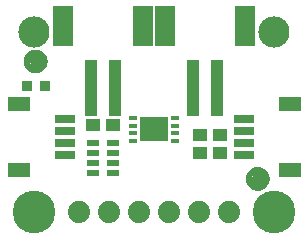
<source format=gbr>
G04 EAGLE Gerber RS-274X export*
G75*
%MOMM*%
%FSLAX34Y34*%
%LPD*%
%INSoldermask Top*%
%IPPOS*%
%AMOC8*
5,1,8,0,0,1.08239X$1,22.5*%
G01*
%ADD10C,2.641600*%
%ADD11R,1.176600X1.101600*%
%ADD12R,1.001600X0.551600*%
%ADD13C,1.879600*%
%ADD14R,1.651600X0.701600*%
%ADD15R,1.901600X1.301600*%
%ADD16C,1.101600*%
%ADD17C,0.469900*%
%ADD18C,3.617600*%
%ADD19R,0.901600X0.901600*%
%ADD20R,0.801600X0.451600*%
%ADD21R,2.401600X2.061600*%
%ADD22R,1.101600X4.701600*%
%ADD23R,1.701600X3.501600*%


D10*
X25400Y177800D03*
X228600Y177800D03*
D11*
X92320Y99060D03*
X75320Y99060D03*
D12*
X75320Y58120D03*
X92320Y58120D03*
X75320Y67120D03*
X75320Y75120D03*
X75320Y84120D03*
X92320Y84120D03*
X92320Y67120D03*
X92320Y75120D03*
D13*
X63500Y25400D03*
X88900Y25400D03*
X114300Y25400D03*
X139700Y25400D03*
X165100Y25400D03*
X190500Y25400D03*
D14*
X202825Y83900D03*
X202825Y93900D03*
X202825Y73900D03*
X202825Y103900D03*
D15*
X241825Y60900D03*
X241825Y116900D03*
D14*
X51175Y93900D03*
X51175Y83900D03*
X51175Y103900D03*
X51175Y73900D03*
D15*
X12175Y116900D03*
X12175Y60900D03*
D16*
X214630Y53340D03*
D17*
X214630Y60840D02*
X214449Y60838D01*
X214268Y60831D01*
X214087Y60820D01*
X213906Y60805D01*
X213726Y60785D01*
X213546Y60761D01*
X213367Y60733D01*
X213189Y60700D01*
X213012Y60663D01*
X212835Y60622D01*
X212660Y60577D01*
X212485Y60527D01*
X212312Y60473D01*
X212141Y60415D01*
X211970Y60353D01*
X211802Y60286D01*
X211635Y60216D01*
X211469Y60142D01*
X211306Y60063D01*
X211145Y59981D01*
X210985Y59895D01*
X210828Y59805D01*
X210673Y59711D01*
X210520Y59614D01*
X210370Y59512D01*
X210222Y59408D01*
X210076Y59299D01*
X209934Y59188D01*
X209794Y59072D01*
X209657Y58954D01*
X209522Y58832D01*
X209391Y58707D01*
X209263Y58579D01*
X209138Y58448D01*
X209016Y58313D01*
X208898Y58176D01*
X208782Y58036D01*
X208671Y57894D01*
X208562Y57748D01*
X208458Y57600D01*
X208356Y57450D01*
X208259Y57297D01*
X208165Y57142D01*
X208075Y56985D01*
X207989Y56825D01*
X207907Y56664D01*
X207828Y56501D01*
X207754Y56335D01*
X207684Y56168D01*
X207617Y56000D01*
X207555Y55829D01*
X207497Y55658D01*
X207443Y55485D01*
X207393Y55310D01*
X207348Y55135D01*
X207307Y54958D01*
X207270Y54781D01*
X207237Y54603D01*
X207209Y54424D01*
X207185Y54244D01*
X207165Y54064D01*
X207150Y53883D01*
X207139Y53702D01*
X207132Y53521D01*
X207130Y53340D01*
X214630Y60840D02*
X214811Y60838D01*
X214992Y60831D01*
X215173Y60820D01*
X215354Y60805D01*
X215534Y60785D01*
X215714Y60761D01*
X215893Y60733D01*
X216071Y60700D01*
X216248Y60663D01*
X216425Y60622D01*
X216600Y60577D01*
X216775Y60527D01*
X216948Y60473D01*
X217119Y60415D01*
X217290Y60353D01*
X217458Y60286D01*
X217625Y60216D01*
X217791Y60142D01*
X217954Y60063D01*
X218115Y59981D01*
X218275Y59895D01*
X218432Y59805D01*
X218587Y59711D01*
X218740Y59614D01*
X218890Y59512D01*
X219038Y59408D01*
X219184Y59299D01*
X219326Y59188D01*
X219466Y59072D01*
X219603Y58954D01*
X219738Y58832D01*
X219869Y58707D01*
X219997Y58579D01*
X220122Y58448D01*
X220244Y58313D01*
X220362Y58176D01*
X220478Y58036D01*
X220589Y57894D01*
X220698Y57748D01*
X220802Y57600D01*
X220904Y57450D01*
X221001Y57297D01*
X221095Y57142D01*
X221185Y56985D01*
X221271Y56825D01*
X221353Y56664D01*
X221432Y56501D01*
X221506Y56335D01*
X221576Y56168D01*
X221643Y56000D01*
X221705Y55829D01*
X221763Y55658D01*
X221817Y55485D01*
X221867Y55310D01*
X221912Y55135D01*
X221953Y54958D01*
X221990Y54781D01*
X222023Y54603D01*
X222051Y54424D01*
X222075Y54244D01*
X222095Y54064D01*
X222110Y53883D01*
X222121Y53702D01*
X222128Y53521D01*
X222130Y53340D01*
X222128Y53159D01*
X222121Y52978D01*
X222110Y52797D01*
X222095Y52616D01*
X222075Y52436D01*
X222051Y52256D01*
X222023Y52077D01*
X221990Y51899D01*
X221953Y51722D01*
X221912Y51545D01*
X221867Y51370D01*
X221817Y51195D01*
X221763Y51022D01*
X221705Y50851D01*
X221643Y50680D01*
X221576Y50512D01*
X221506Y50345D01*
X221432Y50179D01*
X221353Y50016D01*
X221271Y49855D01*
X221185Y49695D01*
X221095Y49538D01*
X221001Y49383D01*
X220904Y49230D01*
X220802Y49080D01*
X220698Y48932D01*
X220589Y48786D01*
X220478Y48644D01*
X220362Y48504D01*
X220244Y48367D01*
X220122Y48232D01*
X219997Y48101D01*
X219869Y47973D01*
X219738Y47848D01*
X219603Y47726D01*
X219466Y47608D01*
X219326Y47492D01*
X219184Y47381D01*
X219038Y47272D01*
X218890Y47168D01*
X218740Y47066D01*
X218587Y46969D01*
X218432Y46875D01*
X218275Y46785D01*
X218115Y46699D01*
X217954Y46617D01*
X217791Y46538D01*
X217625Y46464D01*
X217458Y46394D01*
X217290Y46327D01*
X217119Y46265D01*
X216948Y46207D01*
X216775Y46153D01*
X216600Y46103D01*
X216425Y46058D01*
X216248Y46017D01*
X216071Y45980D01*
X215893Y45947D01*
X215714Y45919D01*
X215534Y45895D01*
X215354Y45875D01*
X215173Y45860D01*
X214992Y45849D01*
X214811Y45842D01*
X214630Y45840D01*
X214449Y45842D01*
X214268Y45849D01*
X214087Y45860D01*
X213906Y45875D01*
X213726Y45895D01*
X213546Y45919D01*
X213367Y45947D01*
X213189Y45980D01*
X213012Y46017D01*
X212835Y46058D01*
X212660Y46103D01*
X212485Y46153D01*
X212312Y46207D01*
X212141Y46265D01*
X211970Y46327D01*
X211802Y46394D01*
X211635Y46464D01*
X211469Y46538D01*
X211306Y46617D01*
X211145Y46699D01*
X210985Y46785D01*
X210828Y46875D01*
X210673Y46969D01*
X210520Y47066D01*
X210370Y47168D01*
X210222Y47272D01*
X210076Y47381D01*
X209934Y47492D01*
X209794Y47608D01*
X209657Y47726D01*
X209522Y47848D01*
X209391Y47973D01*
X209263Y48101D01*
X209138Y48232D01*
X209016Y48367D01*
X208898Y48504D01*
X208782Y48644D01*
X208671Y48786D01*
X208562Y48932D01*
X208458Y49080D01*
X208356Y49230D01*
X208259Y49383D01*
X208165Y49538D01*
X208075Y49695D01*
X207989Y49855D01*
X207907Y50016D01*
X207828Y50179D01*
X207754Y50345D01*
X207684Y50512D01*
X207617Y50680D01*
X207555Y50851D01*
X207497Y51022D01*
X207443Y51195D01*
X207393Y51370D01*
X207348Y51545D01*
X207307Y51722D01*
X207270Y51899D01*
X207237Y52077D01*
X207209Y52256D01*
X207185Y52436D01*
X207165Y52616D01*
X207150Y52797D01*
X207139Y52978D01*
X207132Y53159D01*
X207130Y53340D01*
D16*
X26670Y152781D03*
D17*
X26670Y160281D02*
X26489Y160279D01*
X26308Y160272D01*
X26127Y160261D01*
X25946Y160246D01*
X25766Y160226D01*
X25586Y160202D01*
X25407Y160174D01*
X25229Y160141D01*
X25052Y160104D01*
X24875Y160063D01*
X24700Y160018D01*
X24525Y159968D01*
X24352Y159914D01*
X24181Y159856D01*
X24010Y159794D01*
X23842Y159727D01*
X23675Y159657D01*
X23509Y159583D01*
X23346Y159504D01*
X23185Y159422D01*
X23025Y159336D01*
X22868Y159246D01*
X22713Y159152D01*
X22560Y159055D01*
X22410Y158953D01*
X22262Y158849D01*
X22116Y158740D01*
X21974Y158629D01*
X21834Y158513D01*
X21697Y158395D01*
X21562Y158273D01*
X21431Y158148D01*
X21303Y158020D01*
X21178Y157889D01*
X21056Y157754D01*
X20938Y157617D01*
X20822Y157477D01*
X20711Y157335D01*
X20602Y157189D01*
X20498Y157041D01*
X20396Y156891D01*
X20299Y156738D01*
X20205Y156583D01*
X20115Y156426D01*
X20029Y156266D01*
X19947Y156105D01*
X19868Y155942D01*
X19794Y155776D01*
X19724Y155609D01*
X19657Y155441D01*
X19595Y155270D01*
X19537Y155099D01*
X19483Y154926D01*
X19433Y154751D01*
X19388Y154576D01*
X19347Y154399D01*
X19310Y154222D01*
X19277Y154044D01*
X19249Y153865D01*
X19225Y153685D01*
X19205Y153505D01*
X19190Y153324D01*
X19179Y153143D01*
X19172Y152962D01*
X19170Y152781D01*
X26670Y160281D02*
X26851Y160279D01*
X27032Y160272D01*
X27213Y160261D01*
X27394Y160246D01*
X27574Y160226D01*
X27754Y160202D01*
X27933Y160174D01*
X28111Y160141D01*
X28288Y160104D01*
X28465Y160063D01*
X28640Y160018D01*
X28815Y159968D01*
X28988Y159914D01*
X29159Y159856D01*
X29330Y159794D01*
X29498Y159727D01*
X29665Y159657D01*
X29831Y159583D01*
X29994Y159504D01*
X30155Y159422D01*
X30315Y159336D01*
X30472Y159246D01*
X30627Y159152D01*
X30780Y159055D01*
X30930Y158953D01*
X31078Y158849D01*
X31224Y158740D01*
X31366Y158629D01*
X31506Y158513D01*
X31643Y158395D01*
X31778Y158273D01*
X31909Y158148D01*
X32037Y158020D01*
X32162Y157889D01*
X32284Y157754D01*
X32402Y157617D01*
X32518Y157477D01*
X32629Y157335D01*
X32738Y157189D01*
X32842Y157041D01*
X32944Y156891D01*
X33041Y156738D01*
X33135Y156583D01*
X33225Y156426D01*
X33311Y156266D01*
X33393Y156105D01*
X33472Y155942D01*
X33546Y155776D01*
X33616Y155609D01*
X33683Y155441D01*
X33745Y155270D01*
X33803Y155099D01*
X33857Y154926D01*
X33907Y154751D01*
X33952Y154576D01*
X33993Y154399D01*
X34030Y154222D01*
X34063Y154044D01*
X34091Y153865D01*
X34115Y153685D01*
X34135Y153505D01*
X34150Y153324D01*
X34161Y153143D01*
X34168Y152962D01*
X34170Y152781D01*
X34168Y152600D01*
X34161Y152419D01*
X34150Y152238D01*
X34135Y152057D01*
X34115Y151877D01*
X34091Y151697D01*
X34063Y151518D01*
X34030Y151340D01*
X33993Y151163D01*
X33952Y150986D01*
X33907Y150811D01*
X33857Y150636D01*
X33803Y150463D01*
X33745Y150292D01*
X33683Y150121D01*
X33616Y149953D01*
X33546Y149786D01*
X33472Y149620D01*
X33393Y149457D01*
X33311Y149296D01*
X33225Y149136D01*
X33135Y148979D01*
X33041Y148824D01*
X32944Y148671D01*
X32842Y148521D01*
X32738Y148373D01*
X32629Y148227D01*
X32518Y148085D01*
X32402Y147945D01*
X32284Y147808D01*
X32162Y147673D01*
X32037Y147542D01*
X31909Y147414D01*
X31778Y147289D01*
X31643Y147167D01*
X31506Y147049D01*
X31366Y146933D01*
X31224Y146822D01*
X31078Y146713D01*
X30930Y146609D01*
X30780Y146507D01*
X30627Y146410D01*
X30472Y146316D01*
X30315Y146226D01*
X30155Y146140D01*
X29994Y146058D01*
X29831Y145979D01*
X29665Y145905D01*
X29498Y145835D01*
X29330Y145768D01*
X29159Y145706D01*
X28988Y145648D01*
X28815Y145594D01*
X28640Y145544D01*
X28465Y145499D01*
X28288Y145458D01*
X28111Y145421D01*
X27933Y145388D01*
X27754Y145360D01*
X27574Y145336D01*
X27394Y145316D01*
X27213Y145301D01*
X27032Y145290D01*
X26851Y145283D01*
X26670Y145281D01*
X26489Y145283D01*
X26308Y145290D01*
X26127Y145301D01*
X25946Y145316D01*
X25766Y145336D01*
X25586Y145360D01*
X25407Y145388D01*
X25229Y145421D01*
X25052Y145458D01*
X24875Y145499D01*
X24700Y145544D01*
X24525Y145594D01*
X24352Y145648D01*
X24181Y145706D01*
X24010Y145768D01*
X23842Y145835D01*
X23675Y145905D01*
X23509Y145979D01*
X23346Y146058D01*
X23185Y146140D01*
X23025Y146226D01*
X22868Y146316D01*
X22713Y146410D01*
X22560Y146507D01*
X22410Y146609D01*
X22262Y146713D01*
X22116Y146822D01*
X21974Y146933D01*
X21834Y147049D01*
X21697Y147167D01*
X21562Y147289D01*
X21431Y147414D01*
X21303Y147542D01*
X21178Y147673D01*
X21056Y147808D01*
X20938Y147945D01*
X20822Y148085D01*
X20711Y148227D01*
X20602Y148373D01*
X20498Y148521D01*
X20396Y148671D01*
X20299Y148824D01*
X20205Y148979D01*
X20115Y149136D01*
X20029Y149296D01*
X19947Y149457D01*
X19868Y149620D01*
X19794Y149786D01*
X19724Y149953D01*
X19657Y150121D01*
X19595Y150292D01*
X19537Y150463D01*
X19483Y150636D01*
X19433Y150811D01*
X19388Y150986D01*
X19347Y151163D01*
X19310Y151340D01*
X19277Y151518D01*
X19249Y151697D01*
X19225Y151877D01*
X19205Y152057D01*
X19190Y152238D01*
X19179Y152419D01*
X19172Y152600D01*
X19170Y152781D01*
D18*
X25400Y25400D03*
X228600Y25400D03*
D19*
X34170Y132080D03*
X19170Y132080D03*
D20*
X109000Y105000D03*
X109000Y98500D03*
X109000Y92000D03*
X109000Y85500D03*
X145000Y85500D03*
X145000Y92000D03*
X145000Y98500D03*
X145000Y105000D03*
D21*
X127000Y95250D03*
D22*
X160180Y130640D03*
X180180Y130640D03*
D23*
X136180Y182640D03*
X204180Y182640D03*
D22*
X73820Y130640D03*
X93820Y130640D03*
D23*
X49820Y182640D03*
X117820Y182640D03*
D11*
X165490Y90170D03*
X182490Y90170D03*
X165490Y74930D03*
X182490Y74930D03*
M02*

</source>
